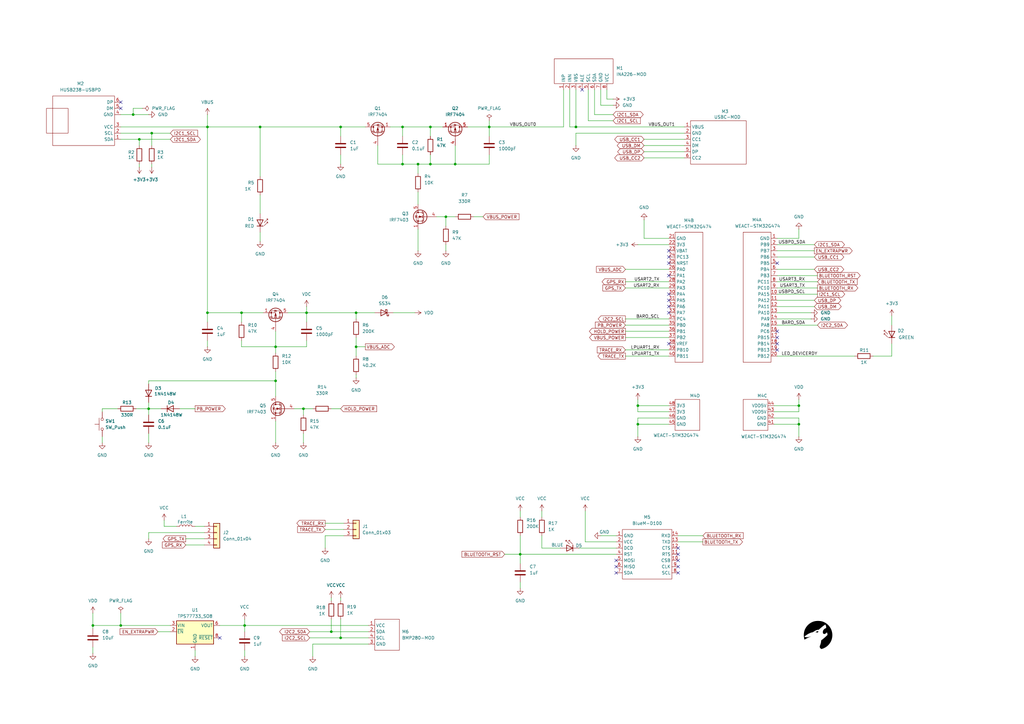
<source format=kicad_sch>
(kicad_sch (version 20250114) (generator "eeschema") (generator_version "9.0")
  (paper "A3")
  (title_block (title "Power Cube: Power Bank Vario") (date "2025-11-26") (rev "1.0") (company "NotoriousRascal Club"))
  (junction (at 106.68 52.07))
  (junction (at 85.09 128.27))
  (junction (at 49.53 256.54))
  (junction (at 62.23 54.61))
  (junction (at 327.66 173.99))
  (junction (at 38.1 256.54))
  (junction (at 176.53 67.31))
  (junction (at 146.05 142.24))
  (junction (at 165.1 67.31))
  (junction (at 261.62 166.37))
  (junction (at 135.89 259.08))
  (junction (at 60.96 167.64))
  (junction (at 200.66 52.07))
  (junction (at 125.73 128.27))
  (junction (at 176.53 52.07))
  (junction (at 182.88 88.9))
  (junction (at 57.15 57.15))
  (junction (at 213.36 227.33))
  (junction (at 99.06 128.27))
  (junction (at 124.46 167.64))
  (junction (at 139.7 261.62))
  (junction (at 261.62 173.99))
  (junction (at 113.03 156.21))
  (junction (at 186.69 67.31))
  (junction (at 171.45 67.31))
  (junction (at 139.7 52.07))
  (junction (at 327.66 166.37))
  (junction (at 100.33 256.54))
  (junction (at 85.09 52.07))
  (junction (at 236.22 52.07))
  (junction (at 54.61 46.99))
  (junction (at 113.03 142.24))
  (junction (at 165.1 52.07))
  (junction (at 146.05 128.27))
  (no_connect (at 278.13 227.33))
  (no_connect (at 278.13 224.79))
  (no_connect (at 278.13 234.95))
  (no_connect (at 278.13 229.87))
  (no_connect (at 278.13 232.41))
  (no_connect (at 252.73 232.41))
  (no_connect (at 90.17 261.62))
  (no_connect (at 318.77 135.89))
  (no_connect (at 318.77 107.95))
  (no_connect (at 274.32 140.97))
  (no_connect (at 274.32 120.65))
  (no_connect (at 274.32 125.73))
  (no_connect (at 274.32 123.19))
  (no_connect (at 274.32 128.27))
  (no_connect (at 274.32 102.87))
  (no_connect (at 274.32 105.41))
  (no_connect (at 274.32 107.95))
  (no_connect (at 274.32 113.03))
  (no_connect (at 318.77 140.97))
  (no_connect (at 318.77 143.51))
  (no_connect (at 318.77 138.43))
  (no_connect (at 252.73 229.87))
  (no_connect (at 252.73 234.95))
  (no_connect (at 49.53 41.91))
  (no_connect (at 49.53 44.45))
  (no_connect (at 238.76 36.83))
  (wire (pts (xy 274.32 110.49) (xy 256.54 110.49)))
  (wire (pts (xy 64.77 259.08) (xy 69.85 259.08)))
  (wire (pts (xy 76.2 220.98) (xy 83.82 220.98)))
  (wire (pts (xy 133.35 217.17) (xy 140.97 217.17)))
  (wire (pts (xy 213.36 227.33) (xy 252.73 227.33)))
  (wire (pts (xy 318.77 118.11) (xy 335.28 118.11)))
  (wire (pts (xy 154.94 59.69) (xy 154.94 67.31)))
  (wire (pts (xy 182.88 88.9) (xy 186.69 88.9)))
  (wire (pts (xy 274.32 100.33) (xy 261.62 100.33)))
  (wire (pts (xy 233.68 36.83) (xy 233.68 52.07)))
  (wire (pts (xy 99.06 128.27) (xy 99.06 132.08)))
  (wire (pts (xy 38.1 265.43) (xy 38.1 267.97)))
  (wire (pts (xy 213.36 227.33) (xy 213.36 231.14)))
  (wire (pts (xy 60.96 156.21) (xy 113.03 156.21)))
  (wire (pts (xy 246.38 36.83) (xy 246.38 43.18)))
  (wire (pts (xy 176.53 52.07) (xy 181.61 52.07)))
  (wire (pts (xy 236.22 52.07) (xy 280.67 52.07)))
  (wire (pts (xy 57.15 57.15) (xy 57.15 59.69)))
  (wire (pts (xy 58.42 44.45) (xy 54.61 44.45)))
  (wire (pts (xy 317.5 171.45) (xy 327.66 171.45)))
  (wire (pts (xy 146.05 153.67) (xy 146.05 154.94)))
  (wire (pts (xy 113.03 142.24) (xy 113.03 144.78)))
  (wire (pts (xy 125.73 125.73) (xy 125.73 128.27)))
  (wire (pts (xy 274.32 168.91) (xy 261.62 168.91)))
  (wire (pts (xy 327.66 163.83) (xy 327.66 166.37)))
  (wire (pts (xy 200.66 63.5) (xy 200.66 67.31)))
  (wire (pts (xy 179.07 88.9) (xy 182.88 88.9)))
  (wire (pts (xy 233.68 52.07) (xy 236.22 52.07)))
  (wire (pts (xy 274.32 173.99) (xy 261.62 173.99)))
  (wire (pts (xy 274.32 133.35) (xy 256.54 133.35)))
  (wire (pts (xy 85.09 128.27) (xy 99.06 128.27)))
  (wire (pts (xy 146.05 142.24) (xy 149.86 142.24)))
  (wire (pts (xy 135.89 259.08) (xy 151.13 259.08)))
  (wire (pts (xy 318.77 97.79) (xy 327.66 97.79)))
  (wire (pts (xy 334.01 102.87) (xy 318.77 102.87)))
  (wire (pts (xy 176.53 67.31) (xy 186.69 67.31)))
  (wire (pts (xy 124.46 167.64) (xy 128.27 167.64)))
  (wire (pts (xy 318.77 120.65) (xy 335.28 120.65)))
  (wire (pts (xy 113.03 172.72) (xy 113.03 181.61)))
  (wire (pts (xy 237.49 224.79) (xy 252.73 224.79)))
  (wire (pts (xy 60.96 165.1) (xy 60.96 167.64)))
  (wire (pts (xy 171.45 93.98) (xy 171.45 102.87)))
  (wire (pts (xy 127 259.08) (xy 135.89 259.08)))
  (wire (pts (xy 165.1 63.5) (xy 165.1 67.31)))
  (wire (pts (xy 213.36 209.55) (xy 213.36 212.09)))
  (wire (pts (xy 207.01 227.33) (xy 213.36 227.33)))
  (wire (pts (xy 264.16 57.15) (xy 280.67 57.15)))
  (wire (pts (xy 60.96 167.64) (xy 66.04 167.64)))
  (wire (pts (xy 106.68 52.07) (xy 106.68 72.39)))
  (wire (pts (xy 200.66 49.53) (xy 200.66 52.07)))
  (wire (pts (xy 200.66 67.31) (xy 186.69 67.31)))
  (wire (pts (xy 146.05 142.24) (xy 146.05 146.05)))
  (wire (pts (xy 41.91 179.07) (xy 41.91 181.61)))
  (wire (pts (xy 54.61 44.45) (xy 54.61 46.99)))
  (wire (pts (xy 165.1 52.07) (xy 165.1 55.88)))
  (wire (pts (xy 127 261.62) (xy 139.7 261.62)))
  (wire (pts (xy 62.23 54.61) (xy 69.85 54.61)))
  (wire (pts (xy 240.03 209.55) (xy 240.03 222.25)))
  (wire (pts (xy 246.38 219.71) (xy 252.73 219.71)))
  (wire (pts (xy 125.73 128.27) (xy 146.05 128.27)))
  (wire (pts (xy 60.96 167.64) (xy 60.96 170.18)))
  (wire (pts (xy 76.2 223.52) (xy 83.82 223.52)))
  (wire (pts (xy 335.28 113.03) (xy 318.77 113.03)))
  (wire (pts (xy 135.89 167.64) (xy 139.7 167.64)))
  (wire (pts (xy 256.54 146.05) (xy 274.32 146.05)))
  (wire (pts (xy 327.66 166.37) (xy 327.66 168.91)))
  (wire (pts (xy 60.96 218.44) (xy 83.82 218.44)))
  (wire (pts (xy 139.7 254) (xy 139.7 261.62)))
  (wire (pts (xy 62.23 54.61) (xy 62.23 59.69)))
  (wire (pts (xy 146.05 138.43) (xy 146.05 142.24)))
  (wire (pts (xy 113.03 142.24) (xy 125.73 142.24)))
  (wire (pts (xy 182.88 88.9) (xy 182.88 92.71)))
  (wire (pts (xy 139.7 52.07) (xy 149.86 52.07)))
  (wire (pts (xy 264.16 64.77) (xy 280.67 64.77)))
  (wire (pts (xy 106.68 80.01) (xy 106.68 87.63)))
  (wire (pts (xy 85.09 52.07) (xy 85.09 128.27)))
  (wire (pts (xy 62.23 67.31) (xy 62.23 68.58)))
  (wire (pts (xy 256.54 118.11) (xy 274.32 118.11)))
  (wire (pts (xy 248.92 36.83) (xy 248.92 40.64)))
  (wire (pts (xy 113.03 152.4) (xy 113.03 156.21)))
  (wire (pts (xy 100.33 256.54) (xy 100.33 259.08)))
  (wire (pts (xy 49.53 54.61) (xy 62.23 54.61)))
  (wire (pts (xy 261.62 171.45) (xy 261.62 173.99)))
  (wire (pts (xy 334.01 125.73) (xy 318.77 125.73)))
  (wire (pts (xy 160.02 52.07) (xy 165.1 52.07)))
  (wire (pts (xy 99.06 128.27) (xy 107.95 128.27)))
  (wire (pts (xy 38.1 256.54) (xy 49.53 256.54)))
  (wire (pts (xy 278.13 222.25) (xy 288.29 222.25)))
  (wire (pts (xy 334.01 100.33) (xy 318.77 100.33)))
  (wire (pts (xy 48.26 167.64) (xy 41.91 167.64)))
  (wire (pts (xy 139.7 63.5) (xy 139.7 67.31)))
  (wire (pts (xy 128.27 264.16) (xy 128.27 269.24)))
  (wire (pts (xy 278.13 219.71) (xy 288.29 219.71)))
  (wire (pts (xy 171.45 67.31) (xy 176.53 67.31)))
  (wire (pts (xy 41.91 167.64) (xy 41.91 168.91)))
  (wire (pts (xy 49.53 57.15) (xy 57.15 57.15)))
  (wire (pts (xy 67.31 213.36) (xy 67.31 215.9)))
  (wire (pts (xy 60.96 157.48) (xy 60.96 156.21)))
  (wire (pts (xy 57.15 57.15) (xy 69.85 57.15)))
  (wire (pts (xy 100.33 254) (xy 100.33 256.54)))
  (wire (pts (xy 236.22 54.61) (xy 280.67 54.61)))
  (wire (pts (xy 231.14 52.07) (xy 231.14 36.83)))
  (wire (pts (xy 125.73 128.27) (xy 125.73 132.08)))
  (wire (pts (xy 318.77 133.35) (xy 335.28 133.35)))
  (wire (pts (xy 327.66 173.99) (xy 317.5 173.99)))
  (wire (pts (xy 85.09 139.7) (xy 85.09 142.24)))
  (wire (pts (xy 146.05 128.27) (xy 146.05 130.81)))
  (wire (pts (xy 334.01 110.49) (xy 318.77 110.49)))
  (wire (pts (xy 125.73 142.24) (xy 125.73 139.7)))
  (wire (pts (xy 246.38 43.18) (xy 251.46 43.18)))
  (wire (pts (xy 317.5 168.91) (xy 327.66 168.91)))
  (wire (pts (xy 191.77 52.07) (xy 200.66 52.07)))
  (wire (pts (xy 176.53 52.07) (xy 176.53 55.88)))
  (wire (pts (xy 213.36 238.76) (xy 213.36 241.3)))
  (wire (pts (xy 241.3 36.83) (xy 241.3 49.53)))
  (wire (pts (xy 274.32 115.57) (xy 256.54 115.57)))
  (wire (pts (xy 264.16 90.17) (xy 264.16 97.79)))
  (wire (pts (xy 124.46 177.8) (xy 124.46 181.61)))
  (wire (pts (xy 318.77 115.57) (xy 335.28 115.57)))
  (wire (pts (xy 133.35 214.63) (xy 140.97 214.63)))
  (wire (pts (xy 252.73 222.25) (xy 240.03 222.25)))
  (wire (pts (xy 365.76 129.54) (xy 365.76 133.35)))
  (wire (pts (xy 154.94 67.31) (xy 165.1 67.31)))
  (wire (pts (xy 165.1 52.07) (xy 176.53 52.07)))
  (wire (pts (xy 256.54 130.81) (xy 274.32 130.81)))
  (wire (pts (xy 261.62 163.83) (xy 261.62 166.37)))
  (wire (pts (xy 139.7 261.62) (xy 151.13 261.62)))
  (wire (pts (xy 85.09 52.07) (xy 106.68 52.07)))
  (wire (pts (xy 236.22 36.83) (xy 236.22 52.07)))
  (wire (pts (xy 99.06 139.7) (xy 99.06 142.24)))
  (wire (pts (xy 161.29 128.27) (xy 170.18 128.27)))
  (wire (pts (xy 213.36 219.71) (xy 213.36 227.33)))
  (wire (pts (xy 57.15 67.31) (xy 57.15 68.58)))
  (wire (pts (xy 261.62 173.99) (xy 261.62 179.07)))
  (wire (pts (xy 90.17 256.54) (xy 100.33 256.54)))
  (wire (pts (xy 176.53 63.5) (xy 176.53 67.31)))
  (wire (pts (xy 274.32 166.37) (xy 261.62 166.37)))
  (wire (pts (xy 264.16 59.69) (xy 280.67 59.69)))
  (wire (pts (xy 318.77 128.27) (xy 332.74 128.27)))
  (wire (pts (xy 274.32 135.89) (xy 256.54 135.89)))
  (wire (pts (xy 327.66 166.37) (xy 317.5 166.37)))
  (wire (pts (xy 113.03 156.21) (xy 113.03 162.56)))
  (wire (pts (xy 139.7 52.07) (xy 139.7 55.88)))
  (wire (pts (xy 73.66 167.64) (xy 80.01 167.64)))
  (wire (pts (xy 80.01 266.7) (xy 80.01 269.24)))
  (wire (pts (xy 118.11 128.27) (xy 125.73 128.27)))
  (wire (pts (xy 49.53 46.99) (xy 54.61 46.99)))
  (wire (pts (xy 222.25 209.55) (xy 222.25 212.09)))
  (wire (pts (xy 139.7 245.11) (xy 139.7 246.38)))
  (wire (pts (xy 222.25 219.71) (xy 222.25 224.79)))
  (wire (pts (xy 171.45 78.74) (xy 171.45 83.82)))
  (wire (pts (xy 256.54 143.51) (xy 274.32 143.51)))
  (wire (pts (xy 171.45 67.31) (xy 171.45 71.12)))
  (wire (pts (xy 318.77 146.05) (xy 350.52 146.05)))
  (wire (pts (xy 133.35 219.71) (xy 133.35 224.79)))
  (wire (pts (xy 85.09 46.99) (xy 85.09 52.07)))
  (wire (pts (xy 222.25 224.79) (xy 229.87 224.79)))
  (wire (pts (xy 334.01 105.41) (xy 318.77 105.41)))
  (wire (pts (xy 182.88 100.33) (xy 182.88 102.87)))
  (wire (pts (xy 106.68 52.07) (xy 139.7 52.07)))
  (wire (pts (xy 365.76 146.05) (xy 358.14 146.05)))
  (wire (pts (xy 332.74 130.81) (xy 318.77 130.81)))
  (wire (pts (xy 200.66 52.07) (xy 231.14 52.07)))
  (wire (pts (xy 274.32 171.45) (xy 261.62 171.45)))
  (wire (pts (xy 49.53 256.54) (xy 69.85 256.54)))
  (wire (pts (xy 194.31 88.9) (xy 198.12 88.9)))
  (wire (pts (xy 113.03 135.89) (xy 113.03 142.24)))
  (wire (pts (xy 80.01 215.9) (xy 83.82 215.9)))
  (wire (pts (xy 248.92 40.64) (xy 251.46 40.64)))
  (wire (pts (xy 49.53 52.07) (xy 85.09 52.07)))
  (wire (pts (xy 327.66 173.99) (xy 327.66 179.07)))
  (wire (pts (xy 38.1 251.46) (xy 38.1 256.54)))
  (wire (pts (xy 100.33 266.7) (xy 100.33 269.24)))
  (wire (pts (xy 165.1 67.31) (xy 171.45 67.31)))
  (wire (pts (xy 200.66 52.07) (xy 200.66 55.88)))
  (wire (pts (xy 365.76 140.97) (xy 365.76 146.05)))
  (wire (pts (xy 49.53 251.46) (xy 49.53 256.54)))
  (wire (pts (xy 85.09 128.27) (xy 85.09 132.08)))
  (wire (pts (xy 327.66 97.79) (xy 327.66 93.98)))
  (wire (pts (xy 140.97 219.71) (xy 133.35 219.71)))
  (wire (pts (xy 38.1 256.54) (xy 38.1 257.81)))
  (wire (pts (xy 120.65 167.64) (xy 124.46 167.64)))
  (wire (pts (xy 146.05 128.27) (xy 153.67 128.27)))
  (wire (pts (xy 72.39 215.9) (xy 67.31 215.9)))
  (wire (pts (xy 55.88 167.64) (xy 60.96 167.64)))
  (wire (pts (xy 124.46 167.64) (xy 124.46 170.18)))
  (wire (pts (xy 60.96 177.8) (xy 60.96 181.61)))
  (wire (pts (xy 274.32 97.79) (xy 264.16 97.79)))
  (wire (pts (xy 264.16 62.23) (xy 280.67 62.23)))
  (wire (pts (xy 241.3 49.53) (xy 251.46 49.53)))
  (wire (pts (xy 243.84 46.99) (xy 251.46 46.99)))
  (wire (pts (xy 54.61 46.99) (xy 60.96 46.99)))
  (wire (pts (xy 261.62 168.91) (xy 261.62 166.37)))
  (wire (pts (xy 236.22 54.61) (xy 236.22 59.69)))
  (wire (pts (xy 135.89 245.11) (xy 135.89 246.38)))
  (wire (pts (xy 151.13 264.16) (xy 128.27 264.16)))
  (wire (pts (xy 99.06 142.24) (xy 113.03 142.24)))
  (wire (pts (xy 274.32 138.43) (xy 256.54 138.43)))
  (wire (pts (xy 243.84 36.83) (xy 243.84 46.99)))
  (wire (pts (xy 186.69 59.69) (xy 186.69 67.31)))
  (wire (pts (xy 100.33 256.54) (xy 151.13 256.54)))
  (wire (pts (xy 60.96 220.98) (xy 60.96 218.44)))
  (wire (pts (xy 334.01 123.19) (xy 318.77 123.19)))
  (wire (pts (xy 106.68 95.25) (xy 106.68 99.06)))
  (wire (pts (xy 327.66 171.45) (xy 327.66 173.99)))
  (wire (pts (xy 135.89 254) (xy 135.89 259.08)))
  (image (at 335.534 260.604) (scale 0.603289))
  (label "BARO_SCL" (at 270.51 130.81 180))
  (label "USART2_RX" (at 270.51 118.11 180))
  (label "BARO_SDA" (at 330.2 133.35 180))
  (label "USBPD_SDA" (at 330.327 100.33 180))
  (label "LPUART1_RX" (at 270.51 143.51 180))
  (label "USBPD_SCL" (at 330.2 120.65 180))
  (label "USART3_TX" (at 330.2 118.11 180))
  (label "LPUART1_TX" (at 270.51 146.05 180))
  (label "USART2_TX" (at 270.51 115.57 180))
  (label "VBUS_OUT1" (at 265.938 52.07 0))
  (label "LED_DEVICERDY" (at 335.28 146.05 180))
  (label "VBUS_OUT0" (at 209.042 52.07 0))
  (label "USART3_RX" (at 330.2 115.57 180))
  (global_label "HOLD_POWER" (shape input) (at 139.7 167.64 0) (property "Intersheetrefs" "${INTERSHEET_REFS}" (effects (hide yes))))
  (global_label "I2C1_SDA" (shape bidirectional) (at 69.85 57.15 0) (property "Intersheetrefs" "${INTERSHEET_REFS}" (effects (hide yes))))
  (global_label "USB_CC1" (shape bidirectional) (at 334.01 105.41 0) (property "Intersheetrefs" "${INTERSHEET_REFS}" (effects (hide yes))))
  (global_label "BLUETOOTH_RST" (shape input) (at 207.01 227.33 180) (property "Intersheetrefs" "${INTERSHEET_REFS}" (effects (hide yes))))
  (global_label "BLUETOOTH_TX" (shape input) (at 335.28 115.57 0) (property "Intersheetrefs" "${INTERSHEET_REFS}" (effects (hide yes))))
  (global_label "GPS_TX" (shape input) (at 256.54 118.11 180) (property "Intersheetrefs" "${INTERSHEET_REFS}" (effects (hide yes))))
  (global_label "USB_DP" (shape bidirectional) (at 334.01 123.19 0) (property "Intersheetrefs" "${INTERSHEET_REFS}" (effects (hide yes))))
  (global_label "VBUS_POWER" (shape output) (at 256.54 138.43 180) (property "Intersheetrefs" "${INTERSHEET_REFS}" (effects (hide yes))))
  (global_label "I2C2_SCL" (shape output) (at 256.54 130.81 180) (property "Intersheetrefs" "${INTERSHEET_REFS}" (effects (hide yes))))
  (global_label "I2C1_SDA" (shape bidirectional) (at 251.46 46.99 0) (property "Intersheetrefs" "${INTERSHEET_REFS}" (effects (hide yes))))
  (global_label "I2C1_SCL" (shape input) (at 69.85 54.61 0) (property "Intersheetrefs" "${INTERSHEET_REFS}" (effects (hide yes))))
  (global_label "TRACE_TX" (shape input) (at 133.35 217.17 180) (property "Intersheetrefs" "${INTERSHEET_REFS}" (effects (hide yes))))
  (global_label "BLUETOOTH_RX" (shape input) (at 288.29 219.71 0) (property "Intersheetrefs" "${INTERSHEET_REFS}" (effects (hide yes))))
  (global_label "EN_EXTRAPWR" (shape input) (at 64.77 259.08 180) (property "Intersheetrefs" "${INTERSHEET_REFS}" (effects (hide yes))))
  (global_label "VBUS_ADC" (shape input) (at 256.54 110.49 180) (property "Intersheetrefs" "${INTERSHEET_REFS}" (effects (hide yes))))
  (global_label "GPS_TX" (shape output) (at 76.2 220.98 180) (property "Intersheetrefs" "${INTERSHEET_REFS}" (effects (hide yes))))
  (global_label "TRACE_RX" (shape input) (at 256.54 143.51 180) (property "Intersheetrefs" "${INTERSHEET_REFS}" (effects (hide yes))))
  (global_label "USB_DP" (shape bidirectional) (at 264.16 62.23 180) (property "Intersheetrefs" "${INTERSHEET_REFS}" (effects (hide yes))))
  (global_label "I2C2_SCL" (shape input) (at 127 261.62 180) (property "Intersheetrefs" "${INTERSHEET_REFS}" (effects (hide yes))))
  (global_label "EN_EXTRAPWR" (shape output) (at 334.01 102.87 0) (property "Intersheetrefs" "${INTERSHEET_REFS}" (effects (hide yes))))
  (global_label "I2C1_SCL" (shape output) (at 335.28 120.65 0) (property "Intersheetrefs" "${INTERSHEET_REFS}" (effects (hide yes))))
  (global_label "TRACE_TX" (shape output) (at 256.54 146.05 180) (property "Intersheetrefs" "${INTERSHEET_REFS}" (effects (hide yes))))
  (global_label "PB_POWER" (shape input) (at 256.54 133.35 180) (property "Intersheetrefs" "${INTERSHEET_REFS}" (effects (hide yes))))
  (global_label "BLUETOOTH_RST" (shape output) (at 335.28 113.03 0) (property "Intersheetrefs" "${INTERSHEET_REFS}" (effects (hide yes))))
  (global_label "BLUETOOTH_RX" (shape output) (at 335.28 118.11 0) (property "Intersheetrefs" "${INTERSHEET_REFS}" (effects (hide yes))))
  (global_label "BLUETOOTH_TX" (shape output) (at 288.29 222.25 0) (property "Intersheetrefs" "${INTERSHEET_REFS}" (effects (hide yes))))
  (global_label "I2C1_SCL" (shape input) (at 251.46 49.53 0) (property "Intersheetrefs" "${INTERSHEET_REFS}" (effects (hide yes))))
  (global_label "USB_CC2" (shape bidirectional) (at 264.16 64.77 180) (property "Intersheetrefs" "${INTERSHEET_REFS}" (effects (hide yes))))
  (global_label "VBUS_ADC" (shape output) (at 149.86 142.24 0) (property "Intersheetrefs" "${INTERSHEET_REFS}" (effects (hide yes))))
  (global_label "VBUS_POWER" (shape input) (at 198.12 88.9 0) (property "Intersheetrefs" "${INTERSHEET_REFS}" (effects (hide yes))))
  (global_label "TRACE_RX" (shape output) (at 133.35 214.63 180) (property "Intersheetrefs" "${INTERSHEET_REFS}" (effects (hide yes))))
  (global_label "USB_DM" (shape bidirectional) (at 264.16 59.69 180) (property "Intersheetrefs" "${INTERSHEET_REFS}" (effects (hide yes))))
  (global_label "HOLD_POWER" (shape output) (at 256.54 135.89 180) (property "Intersheetrefs" "${INTERSHEET_REFS}" (effects (hide yes))))
  (global_label "GPS_RX" (shape input) (at 76.2 223.52 180) (property "Intersheetrefs" "${INTERSHEET_REFS}" (effects (hide yes))))
  (global_label "PB_POWER" (shape output) (at 80.01 167.64 0) (property "Intersheetrefs" "${INTERSHEET_REFS}" (effects (hide yes))))
  (global_label "I2C1_SDA" (shape bidirectional) (at 334.01 100.33 0) (property "Intersheetrefs" "${INTERSHEET_REFS}" (effects (hide yes))))
  (global_label "GPS_RX" (shape output) (at 256.54 115.57 180) (property "Intersheetrefs" "${INTERSHEET_REFS}" (effects (hide yes))))
  (global_label "USB_CC2" (shape bidirectional) (at 334.01 110.49 0) (property "Intersheetrefs" "${INTERSHEET_REFS}" (effects (hide yes))))
  (global_label "I2C2_SDA" (shape bidirectional) (at 127 259.08 180) (property "Intersheetrefs" "${INTERSHEET_REFS}" (effects (hide yes))))
  (global_label "USB_CC1" (shape bidirectional) (at 264.16 57.15 180) (property "Intersheetrefs" "${INTERSHEET_REFS}" (effects (hide yes))))
  (global_label "USB_DM" (shape bidirectional) (at 334.01 125.73 0) (property "Intersheetrefs" "${INTERSHEET_REFS}" (effects (hide yes))))
  (global_label "I2C2_SDA" (shape bidirectional) (at 335.28 133.35 0) (property "Intersheetrefs" "${INTERSHEET_REFS}" (effects (hide yes))))
  (symbol (lib_id "Device:C") (at 165.1 59.69 180) (unit 1)
    (property "Reference" "C2" (at 168.91 58.4199 0) (effects (justify right)))
    (property "Value" "0.1uF" (at 168.91 60.9599 0) (effects (justify right)))
    (property "Footprint" "Capacitor_SMD:C_0805_2012Metric_Pad1.18x1.45mm_HandSolder" (effects (hide yes)))
    (property "Description" "Unpolarized capacitor" (effects (hide yes)))
  )
  (symbol (lib_id "power:GND") (at 332.74 130.81 90) (unit 1)
    (property "Reference" "#PWR018" (effects (hide yes)))
    (property "Value" "GND" (at 336.55 130.8099 90) (effects (justify right)))
    (property "Description" "Power symbol creates a global label with name \"GND\" , ground" (effects (hide yes)))
  )
  (symbol (lib_id "PowerCube_Library:HUSB238-USBPD") (at 35.56 49.53 0) (unit 1)
    (property "Reference" "M2" (at 33.02 34.29 0))
    (property "Value" "HUSB238-USBPD" (at 33.02 36.83 0))
    (property "Footprint" "PowerCube_Library:HUSB238-USBPD" (effects (hide yes)))
  )
  (symbol (lib_id "Device:R") (at 190.5 88.9 90) (unit 1)
    (property "Reference" "R7" (at 190.5 80.01 90))
    (property "Value" "330R" (at 190.5 82.55 90))
    (property "Footprint" "Resistor_SMD:R_0805_2012Metric_Pad1.20x1.40mm_HandSolder" (effects (hide yes)))
    (property "Description" "Resistor" (effects (hide yes)))
  )
  (symbol (lib_id "power:PWR_FLAG") (at 58.42 44.45 270) (unit 1)
    (property "Reference" "#FLG01" (effects (hide yes)))
    (property "Value" "PWR_FLAG" (at 62.23 44.4499 90) (effects (justify left)))
    (property "Description" "Special symbol for telling ERC where power comes from" (effects (hide yes)))
  )
  (symbol (lib_id "power:PWR_FLAG") (at 49.53 251.46 0) (unit 1)
    (property "Reference" "#FLG03" (effects (hide yes)))
    (property "Value" "PWR_FLAG" (at 49.53 246.38 0))
    (property "Description" "Special symbol for telling ERC where power comes from" (effects (hide yes)))
  )
  (symbol (lib_id "Device:R") (at 113.03 148.59 0) (unit 1)
    (property "Reference" "R12" (at 115.57 146.0499 0) (effects (justify left)))
    (property "Value" "10K" (at 115.57 148.5899 0) (effects (justify left)))
    (property "Footprint" "Resistor_SMD:R_0805_2012Metric_Pad1.20x1.40mm_HandSolder" (effects (hide yes)))
    (property "Description" "Resistor" (effects (hide yes)))
  )
  (symbol (lib_id "power:VCC") (at 139.7 245.11 0) (unit 1)
    (property "Reference" "#PWR036" (effects (hide yes)))
    (property "Value" "VCC" (at 139.7 240.03 0))
    (property "Description" "Power symbol creates a global label with name \"VCC\"" (effects (hide yes)))
  )
  (symbol (lib_id "power:GND") (at 146.05 154.94 0) (unit 1)
    (property "Reference" "#PWR011" (effects (hide yes)))
    (property "Value" "GND" (at 146.05 160.02 0))
    (property "Description" "Power symbol creates a global label with name \"GND\" , ground" (effects (hide yes)))
  )
  (symbol (lib_id "power:VCC") (at 213.36 209.55 0) (unit 1)
    (property "Reference" "#PWR027" (effects (hide yes)))
    (property "Value" "VCC" (at 213.36 204.47 0))
    (property "Description" "Power symbol creates a global label with name \"VCC\"" (effects (hide yes)))
  )
  (symbol (lib_id "Device:C") (at 200.66 59.69 180) (unit 1)
    (property "Reference" "C3" (at 204.47 58.4199 0) (effects (justify right)))
    (property "Value" "1000pF" (at 204.47 60.9599 0) (effects (justify right)))
    (property "Footprint" "Capacitor_SMD:C_0805_2012Metric_Pad1.18x1.45mm_HandSolder" (effects (hide yes)))
    (property "Description" "Unpolarized capacitor" (effects (hide yes)))
  )
  (symbol (lib_id "Switch:SW_Push") (at 41.91 173.99 90) (unit 1)
    (property "Reference" "SW1" (at 43.18 172.7199 90) (effects (justify right)))
    (property "Value" "SW_Push" (at 43.18 175.2599 90) (effects (justify right)))
    (property "Footprint" "Button_Switch_THT:SW_Tactile_SPST_Angled_PTS645Vx39-2LFS" (effects (hide yes)))
    (property "Description" "Push button switch, generic, two pins" (effects (hide yes)))
  )
  (symbol (lib_id "Transistor_FET:IRF7404") (at 186.69 54.61 270) (mirror x) (unit 1)
    (property "Reference" "Q2" (at 186.69 44.45 90))
    (property "Value" "IRF7404" (at 186.69 46.99 90))
    (property "Footprint" "Package_DIP:DIP-8_W7.62mm_Socket" (effects (hide yes)))
    (property "Datasheet" "http://www.infineon.com/dgdl/irf7404.pdf?fileId=5546d462533600a4015355fa2b5b1b9e" (effects (hide yes)))
    (property "Description" "-6.7A Id, -20V Vds, P-Channel HEXFET Power MOSFET, SO-8" (effects (hide yes)))
  )
  (symbol (lib_id "Device:R") (at 171.45 74.93 0) (unit 1)
    (property "Reference" "R4" (at 173.99 72.3899 0) (effects (justify left)))
    (property "Value" "10K" (at 173.99 74.9299 0) (effects (justify left)))
    (property "Footprint" "Resistor_SMD:R_0805_2012Metric_Pad1.20x1.40mm_HandSolder" (effects (hide yes)))
    (property "Description" "Resistor" (effects (hide yes)))
  )
  (symbol (lib_id "PowerCube_Library:WEACT-STM32G474") (at 283.21 120.65 0) (mirror y) (unit 2)
    (property "Reference" "M4" (at 282.575 90.424 0))
    (property "Value" "WEACT-STM32G474" (at 282.575 92.964 0))
    (property "Footprint" "PowerCube_Library:WEACT-STM32G747" (effects (hide yes)))
  )
  (symbol (lib_id "power:GND") (at 251.46 43.18 90) (unit 1)
    (property "Reference" "#PWR02" (effects (hide yes)))
    (property "Value" "GND" (at 255.27 43.1799 90) (effects (justify right)))
    (property "Description" "Power symbol creates a global label with name \"GND\" , ground" (effects (hide yes)))
  )
  (symbol (lib_id "LED:LD271") (at 232.41 224.79 0) (mirror y) (unit 1)
    (property "Reference" "D5" (at 238.76 223.774 0) (effects (justify left)))
    (property "Value" "BLUE" (at 231.14 223.52 0) (effects (justify left)))
    (property "Footprint" "LED_SMD:LED_0805_2012Metric_Pad1.15x1.40mm_HandSolder" (effects (hide yes)))
    (property "Datasheet" "http://www.alliedelec.com/m/d/40788c34903a719969df15f1fbea1056.pdf" (effects (hide yes)))
    (property "Description" "940nm IR-LED, 5mm" (effects (hide yes)))
  )
  (symbol (lib_id "Regulator_Linear:TPS77733_SO8") (at 80.01 259.08 0) (unit 1)
    (property "Reference" "U1" (at 80.01 250.19 0))
    (property "Value" "TPS77733_SO8" (at 80.01 252.73 0))
    (property "Footprint" "Package_DIP:DIP-8_W7.62mm_Socket" (effects (hide yes)))
    (property "Datasheet" "http://www.ti.com/lit/ds/symlink/tps777.pdf" (effects (hide yes)))
    (property "Description" "750mA Fast-Transient Low Dropout Voltage Regulator, Fixed Output 3.3V, SO-8" (effects (hide yes)))
  )
  (symbol (lib_id "Device:L") (at 76.2 215.9 270) (mirror x) (unit 1)
    (property "Reference" "L1" (at 75.438 211.836 90))
    (property "Value" "Ferrite" (at 75.946 214.122 90))
    (property "Footprint" "Inductor_THT:L_Axial_L5.3mm_D2.2mm_P10.16mm_Horizontal_Vishay_IM-1" (effects (hide yes)))
    (property "Description" "Inductor" (effects (hide yes)))
  )
  (symbol (lib_id "Device:R") (at 124.46 173.99 0) (unit 1)
    (property "Reference" "R15" (at 127 172.7199 0) (effects (justify left)))
    (property "Value" "47K" (at 127 175.2599 0) (effects (justify left)))
    (property "Footprint" "Resistor_SMD:R_0805_2012Metric_Pad1.20x1.40mm_HandSolder" (effects (hide yes)))
    (property "Description" "Resistor" (effects (hide yes)))
  )
  (symbol (lib_id "power:GND") (at 139.7 67.31 0) (unit 1)
    (property "Reference" "#PWR044" (effects (hide yes)))
    (property "Value" "GND" (at 139.7 72.39 0))
    (property "Description" "Power symbol creates a global label with name \"GND\" , ground" (effects (hide yes)))
  )
  (symbol (lib_id "Device:R") (at 106.68 76.2 0) (unit 1)
    (property "Reference" "R5" (at 101.6 74.93 0) (effects (justify left)))
    (property "Value" "1K" (at 100.33 77.47 0) (effects (justify left)))
    (property "Footprint" "Resistor_SMD:R_0805_2012Metric_Pad1.20x1.40mm_HandSolder" (effects (hide yes)))
    (property "Description" "Resistor" (effects (hide yes)))
  )
  (symbol (lib_id "power:GND") (at 246.38 219.71 270) (unit 1)
    (property "Reference" "#PWR031" (effects (hide yes)))
    (property "Value" "GND" (at 249.936 218.186 90) (effects (justify right)))
    (property "Description" "Power symbol creates a global label with name \"GND\" , ground" (effects (hide yes)))
  )
  (symbol (lib_id "power:VDD") (at 38.1 251.46 0) (unit 1)
    (property "Reference" "#PWR037" (effects (hide yes)))
    (property "Value" "VDD" (at 38.1 246.38 0))
    (property "Description" "Power symbol creates a global label with name \"VDD\"" (effects (hide yes)))
  )
  (symbol (lib_id "Device:C") (at 100.33 262.89 180) (unit 1)
    (property "Reference" "C9" (at 103.886 261.6199 0) (effects (justify right)))
    (property "Value" "1uF" (at 103.886 264.1599 0) (effects (justify right)))
    (property "Footprint" "Capacitor_SMD:C_0805_2012Metric_Pad1.18x1.45mm_HandSolder" (effects (hide yes)))
    (property "Description" "Unpolarized capacitor" (effects (hide yes)))
  )
  (symbol (lib_id "power:+3V3") (at 57.15 68.58 180) (unit 1)
    (property "Reference" "#PWR07" (effects (hide yes)))
    (property "Value" "+3V3" (at 57.15 73.66 0))
    (property "Description" "Power symbol creates a global label with name \"+3V3\"" (effects (hide yes)))
  )
  (symbol (lib_id "power:VCC") (at 67.31 213.36 0) (unit 1)
    (property "Reference" "#PWR030" (effects (hide yes)))
    (property "Value" "VCC" (at 67.31 208.28 0))
    (property "Description" "Power symbol creates a global label with name \"VCC\"" (effects (hide yes)))
  )
  (symbol (lib_id "power:VDD") (at 170.18 128.27 270) (unit 1)
    (property "Reference" "#PWR015" (effects (hide yes)))
    (property "Value" "VDD" (at 173.99 128.2699 90) (effects (justify left)))
    (property "Description" "Power symbol creates a global label with name \"VDD\"" (effects (hide yes)))
  )
  (symbol (lib_id "power:+3V3") (at 261.62 100.33 90) (unit 1)
    (property "Reference" "#PWR012" (effects (hide yes)))
    (property "Value" "+3V3" (at 257.81 100.3299 90) (effects (justify left)))
    (property "Description" "Power symbol creates a global label with name \"+3V3\"" (effects (hide yes)))
  )
  (symbol (lib_id "PowerCube_Library:WEACT-STM32G474") (at 309.88 121.92 0) (mirror y) (unit 1)
    (property "Reference" "M4" (at 312.42 90.17 0) (effects (justify left)))
    (property "Value" "WEACT-STM32G474" (at 320.04 92.71 0) (effects (justify left)))
    (property "Footprint" "PowerCube_Library:WEACT-STM32G747" (effects (hide yes)))
  )
  (symbol (lib_id "power:VCC") (at 100.33 254 0) (unit 1)
    (property "Reference" "#PWR038" (effects (hide yes)))
    (property "Value" "VCC" (at 100.33 248.92 0))
    (property "Description" "Power symbol creates a global label with name \"VCC\"" (effects (hide yes)))
  )
  (symbol (lib_id "power:GND") (at 213.36 241.3 0) (unit 1)
    (property "Reference" "#PWR034" (effects (hide yes)))
    (property "Value" "GND" (at 213.36 246.38 0))
    (property "Description" "Power symbol creates a global label with name \"GND\" , ground" (effects (hide yes)))
  )
  (symbol (lib_id "power:GND") (at 113.03 181.61 0) (unit 1)
    (property "Reference" "#PWR025" (effects (hide yes)))
    (property "Value" "GND" (at 113.03 186.69 0))
    (property "Description" "Power symbol creates a global label with name \"GND\" , ground" (effects (hide yes)))
  )
  (symbol (lib_id "PowerCube_Library:WEACT-STM32G474") (at 309.88 170.18 180) (unit 3)
    (property "Reference" "M4" (at 314.706 162.306 0) (effects (justify left)))
    (property "Value" "WEACT-STM32G474" (at 322.58 179.07 0) (effects (justify left)))
    (property "Footprint" "PowerCube_Library:WEACT-STM32G747" (effects (hide yes)))
  )
  (symbol (lib_id "power:GND") (at 38.1 267.97 0) (unit 1)
    (property "Reference" "#PWR039" (effects (hide yes)))
    (property "Value" "GND" (at 38.1 273.05 0))
    (property "Description" "Power symbol creates a global label with name \"GND\" , ground" (effects (hide yes)))
  )
  (symbol (lib_id "Device:R") (at 182.88 96.52 0) (unit 1)
    (property "Reference" "R9" (at 185.42 95.2499 0) (effects (justify left)))
    (property "Value" "47K" (at 185.42 97.7899 0) (effects (justify left)))
    (property "Footprint" "Resistor_SMD:R_0805_2012Metric_Pad1.20x1.40mm_HandSolder" (effects (hide yes)))
    (property "Description" "Resistor" (effects (hide yes)))
  )
  (symbol (lib_id "Diode:1N4148W") (at 60.96 161.29 90) (unit 1)
    (property "Reference" "D3" (at 63.5 159.258 90) (effects (justify right)))
    (property "Value" "1N4148W" (at 63.246 161.544 90) (effects (justify right)))
    (property "Footprint" "Diode_SMD:D_SOD-123" (effects (hide yes)))
    (property "Datasheet" "https://www.vishay.com/docs/85748/1n4148w.pdf" (effects (hide yes)))
    (property "Description" "75V 0.15A Fast Switching Diode, SOD-123" (effects (hide yes)))
    (property "Sim.Device" "D" (effects (hide yes)))
    (property "Sim.Pins" "1=K 2=A" (effects (hide yes)))
  )
  (symbol (lib_id "power:+3V3") (at 261.62 163.83 0) (unit 1)
    (property "Reference" "#PWR019" (effects (hide yes)))
    (property "Value" "+3V3" (at 261.62 158.75 0))
    (property "Description" "Power symbol creates a global label with name \"+3V3\"" (effects (hide yes)))
  )
  (symbol (lib_id "Device:R") (at 146.05 149.86 0) (unit 1)
    (property "Reference" "R8" (at 148.59 147.3199 0) (effects (justify left)))
    (property "Value" "40.2K" (at 148.59 149.8599 0) (effects (justify left)))
    (property "Footprint" "Resistor_SMD:R_0805_2012Metric_Pad1.20x1.40mm_HandSolder" (effects (hide yes)))
    (property "Description" "Resistor" (effects (hide yes)))
  )
  (symbol (lib_id "Device:R") (at 99.06 135.89 0) (mirror y) (unit 1)
    (property "Reference" "R10" (at 101.6 133.3499 0) (effects (justify right)))
    (property "Value" "47K" (at 101.6 135.8899 0) (effects (justify right)))
    (property "Footprint" "Resistor_SMD:R_0805_2012Metric_Pad1.20x1.40mm_HandSolder" (effects (hide yes)))
    (property "Description" "Resistor" (effects (hide yes)))
  )
  (symbol (lib_id "power:GND") (at 332.74 128.27 90) (unit 1)
    (property "Reference" "#PWR016" (effects (hide yes)))
    (property "Value" "GND" (at 336.55 128.2699 90) (effects (justify right)))
    (property "Description" "Power symbol creates a global label with name \"GND\" , ground" (effects (hide yes)))
  )
  (symbol (lib_id "power:GND") (at 80.01 269.24 0) (unit 1)
    (property "Reference" "#PWR040" (effects (hide yes)))
    (property "Value" "GND" (at 80.01 274.32 0))
    (property "Description" "Power symbol creates a global label with name \"GND\" , ground" (effects (hide yes)))
  )
  (symbol (lib_id "Transistor_FET:IRF7404") (at 154.94 54.61 90) (unit 1)
    (property "Reference" "Q1" (at 154.94 44.45 90))
    (property "Value" "IRF7404" (at 154.94 46.99 90))
    (property "Footprint" "Package_DIP:DIP-8_W7.62mm_Socket" (effects (hide yes)))
    (property "Datasheet" "http://www.infineon.com/dgdl/irf7404.pdf?fileId=5546d462533600a4015355fa2b5b1b9e" (effects (hide yes)))
    (property "Description" "-6.7A Id, -20V Vds, P-Channel HEXFET Power MOSFET, SO-8" (effects (hide yes)))
  )
  (symbol (lib_id "PowerCube_Library:USBC-MOD") (at 294.64 58.42 0) (mirror y) (unit 1)
    (property "Reference" "M3" (at 295.91 45.72 0) (effects (justify right)))
    (property "Value" "USBC-MOD" (at 292.862 48.006 0) (effects (justify right)))
    (property "Footprint" "PowerCube_Library:USBC-MOD" (effects (hide yes)))
  )
  (symbol (lib_id "power:GND") (at 60.96 181.61 0) (unit 1)
    (property "Reference" "#PWR024" (effects (hide yes)))
    (property "Value" "GND" (at 60.96 186.69 0))
    (property "Description" "Power symbol creates a global label with name \"GND\" , ground" (effects (hide yes)))
  )
  (symbol (lib_id "power:GND") (at 264.16 90.17 180) (unit 1)
    (property "Reference" "#PWR08" (effects (hide yes)))
    (property "Value" "GND" (at 264.16 85.09 0))
    (property "Description" "Power symbol creates a global label with name \"GND\" , ground" (effects (hide yes)))
  )
  (symbol (lib_id "Device:R") (at 132.08 167.64 90) (unit 1)
    (property "Reference" "R14" (at 132.08 158.75 90))
    (property "Value" "330R" (at 132.08 161.29 90))
    (property "Footprint" "Resistor_SMD:R_0805_2012Metric_Pad1.20x1.40mm_HandSolder" (effects (hide yes)))
    (property "Description" "Resistor" (effects (hide yes)))
  )
  (symbol (lib_id "PowerCube_Library:BlueM-D100") (at 265.43 227.33 0) (unit 1)
    (property "Reference" "M5" (at 265.43 212.09 0))
    (property "Value" "BlueM-D100" (at 265.43 214.63 0))
    (property "Footprint" "PowerCube_Library:BlueM-D100" (effects (hide yes)))
  )
  (symbol (lib_id "power:GND") (at 128.27 269.24 0) (unit 1)
    (property "Reference" "#PWR042" (effects (hide yes)))
    (property "Value" "GND" (at 128.27 274.32 0))
    (property "Description" "Power symbol creates a global label with name \"GND\" , ground" (effects (hide yes)))
  )
  (symbol (lib_id "power:VBUS") (at 85.09 46.99 0) (unit 1)
    (property "Reference" "#PWR04" (effects (hide yes)))
    (property "Value" "VBUS" (at 85.09 41.91 0))
    (property "Description" "Power symbol creates a global label with name \"VBUS\"" (effects (hide yes)))
  )
  (symbol (lib_id "Device:R") (at 176.53 59.69 0) (unit 1)
    (property "Reference" "R1" (at 179.07 57.1499 0) (effects (justify left)))
    (property "Value" "47K" (at 179.07 59.6899 0) (effects (justify left)))
    (property "Footprint" "Resistor_SMD:R_0805_2012Metric_Pad1.20x1.40mm_HandSolder" (effects (hide yes)))
    (property "Description" "Resistor" (effects (hide yes)))
  )
  (symbol (lib_id "power:GND") (at 60.96 46.99 90) (unit 1)
    (property "Reference" "#PWR03" (effects (hide yes)))
    (property "Value" "GND" (at 64.77 46.9899 90) (effects (justify right)))
    (property "Description" "Power symbol creates a global label with name \"GND\" , ground" (effects (hide yes)))
  )
  (symbol (lib_id "power:GND") (at 182.88 102.87 0) (unit 1)
    (property "Reference" "#PWR014" (effects (hide yes)))
    (property "Value" "GND" (at 182.88 107.95 0))
    (property "Description" "Power symbol creates a global label with name \"GND\" , ground" (effects (hide yes)))
  )
  (symbol (lib_id "Connector_Generic:Conn_01x03") (at 146.05 217.17 0) (unit 1)
    (property "Reference" "J1" (at 148.59 215.8999 0) (effects (justify left)))
    (property "Value" "Conn_01x03" (at 148.59 218.4399 0) (effects (justify left)))
    (property "Footprint" "Connector_PinHeader_2.54mm:PinHeader_1x03_P2.54mm_Vertical" (effects (hide yes)))
    (property "Description" "Generic connector, single row, 01x03, script generated (kicad-library-utils/schlib/autogen/connector/)" (effects (hide yes)))
  )
  (symbol (lib_id "power:+3V3") (at 251.46 40.64 270) (unit 1)
    (property "Reference" "#PWR01" (effects (hide yes)))
    (property "Value" "+3V3" (at 255.27 40.6399 90) (effects (justify left)))
    (property "Description" "Power symbol creates a global label with name \"+3V3\"" (effects (hide yes)))
  )
  (symbol (lib_id "PowerCube_Library:BMP280-MOD") (at 158.75 256.54 0) (unit 1)
    (property "Reference" "M6" (at 164.846 259.0799 0) (effects (justify left)))
    (property "Value" "BMP280-MOD" (at 164.846 261.6199 0) (effects (justify left)))
    (property "Footprint" "PowerCube_Library:BMP280-MOD" (effects (hide yes)))
  )
  (symbol (lib_id "power:GND") (at 60.96 220.98 0) (unit 1)
    (property "Reference" "#PWR033" (effects (hide yes)))
    (property "Value" "GND" (at 60.96 226.06 0))
    (property "Description" "Power symbol creates a global label with name \"GND\" , ground" (effects (hide yes)))
  )
  (symbol (lib_name "C_1") (lib_id "Device:C") (at 38.1 261.62 180) (unit 1)
    (property "Reference" "C8" (at 41.91 259.0799 0) (effects (justify right)))
    (property "Value" "10uF" (at 41.91 261.6199 0) (effects (justify right)))
    (property "Footprint" "Capacitor_SMD:C_0805_2012Metric_Pad1.18x1.45mm_HandSolder" (effects (hide yes)))
    (property "Description" "Unpolarized capacitor" (effects (hide yes)))
  )
  (symbol (lib_id "Transistor_FET:IRF7403") (at 115.57 167.64 0) (mirror y) (unit 1)
    (property "Reference" "Q5" (at 109.22 166.3699 0) (effects (justify left)))
    (property "Value" "IRF7403" (at 109.22 168.9099 0) (effects (justify left)))
    (property "Footprint" "Package_DIP:DIP-8_W7.62mm_Socket" (effects (hide yes)))
    (property "Datasheet" "https://www.infineon.com/dgdl/irf7403pbf.pdf?fileId=5546d462533600a4015355fa23541b9c" (effects (hide yes)))
    (property "Description" "9.7A Id, 30V Vds, N-Channel HEXFET Power MOSFET, SO-8" (effects (hide yes)))
  )
  (symbol (lib_id "power:GND") (at 41.91 181.61 0) (unit 1)
    (property "Reference" "#PWR023" (effects (hide yes)))
    (property "Value" "GND" (at 41.91 186.69 0))
    (property "Description" "Power symbol creates a global label with name \"GND\" , ground" (effects (hide yes)))
  )
  (symbol (lib_id "Device:R") (at 62.23 63.5 0) (mirror x) (unit 1)
    (property "Reference" "R3" (at 65.786 62.484 0))
    (property "Value" "1K" (at 65.786 64.516 0))
    (property "Footprint" "Resistor_SMD:R_0805_2012Metric_Pad1.20x1.40mm_HandSolder" (effects (hide yes)))
    (property "Description" "Resistor" (effects (hide yes)))
  )
  (symbol (lib_id "power:VDD") (at 327.66 163.83 0) (unit 1)
    (property "Reference" "#PWR020" (effects (hide yes)))
    (property "Value" "VDD" (at 327.66 158.75 0))
    (property "Description" "Power symbol creates a global label with name \"VDD\"" (effects (hide yes)))
  )
  (symbol (lib_id "Device:C") (at 213.36 234.95 180) (unit 1)
    (property "Reference" "C7" (at 217.17 232.4099 0) (effects (justify right)))
    (property "Value" "1uF" (at 217.17 234.9499 0) (effects (justify right)))
    (property "Footprint" "Capacitor_SMD:C_0805_2012Metric_Pad1.18x1.45mm_HandSolder" (effects (hide yes)))
    (property "Description" "Unpolarized capacitor" (effects (hide yes)))
  )
  (symbol (lib_id "PowerCube_Library:INA226-MOD") (at 240.03 30.48 0) (unit 1)
    (property "Reference" "M1" (at 252.73 27.9399 0) (effects (justify left)))
    (property "Value" "INA226-MOD" (at 252.73 30.4799 0) (effects (justify left)))
    (property "Footprint" "PowerCube_Library:INA226-MOD" (effects (hide yes)))
  )
  (symbol (lib_id "power:PWR_FLAG") (at 200.66 49.53 0) (unit 1)
    (property "Reference" "#FLG02" (effects (hide yes)))
    (property "Value" "PWR_FLAG" (at 200.66 44.45 0))
    (property "Description" "Special symbol for telling ERC where power comes from" (effects (hide yes)))
  )
  (symbol (lib_id "Device:R") (at 213.36 215.9 0) (unit 1)
    (property "Reference" "R16" (at 215.9 213.3599 0) (effects (justify left)))
    (property "Value" "200K" (at 215.9 215.8999 0) (effects (justify left)))
    (property "Footprint" "Resistor_SMD:R_0805_2012Metric_Pad1.20x1.40mm_HandSolder" (effects (hide yes)))
    (property "Description" "Resistor" (effects (hide yes)))
  )
  (symbol (lib_id "power:GND") (at 100.33 269.24 0) (unit 1)
    (property "Reference" "#PWR041" (effects (hide yes)))
    (property "Value" "GND" (at 100.33 274.32 0))
    (property "Description" "Power symbol creates a global label with name \"GND\" , ground" (effects (hide yes)))
  )
  (symbol (lib_id "PowerCube_Library:WEACT-STM32G474") (at 281.94 170.18 180) (unit 4)
    (property "Reference" "M4" (at 282.956 162.306 0) (effects (justify right)))
    (property "Value" "WEACT-STM32G474" (at 267.97 178.562 0) (effects (justify right)))
    (property "Footprint" "PowerCube_Library:WEACT-STM32G747" (effects (hide yes)))
  )
  (symbol (lib_id "Connector_Generic:Conn_01x04") (at 88.9 218.44 0) (unit 1)
    (property "Reference" "J2" (at 91.44 218.4399 0) (effects (justify left)))
    (property "Value" "Conn_01x04" (at 91.44 220.9799 0) (effects (justify left)))
    (property "Footprint" "PowerCube_Library:GOOUUU-GPS-BD" (effects (hide yes)))
    (property "Description" "Generic connector, single row, 01x04, script generated (kicad-library-utils/schlib/autogen/connector/)" (effects (hide yes)))
  )
  (symbol (lib_id "Transistor_FET:IRF7404") (at 113.03 130.81 270) (mirror x) (unit 1)
    (property "Reference" "Q4" (at 113.03 120.65 90))
    (property "Value" "IRF7404" (at 113.03 123.19 90))
    (property "Footprint" "Package_DIP:DIP-8_W7.62mm_Socket" (effects (hide yes)))
    (property "Datasheet" "http://www.infineon.com/dgdl/irf7404.pdf?fileId=5546d462533600a4015355fa2b5b1b9e" (effects (hide yes)))
    (property "Description" "-6.7A Id, -20V Vds, P-Channel HEXFET Power MOSFET, SO-8" (effects (hide yes)))
  )
  (symbol (lib_id "Device:R") (at 222.25 215.9 0) (unit 1)
    (property "Reference" "R17" (at 224.79 214.6299 0) (effects (justify left)))
    (property "Value" "1K" (at 224.79 217.1699 0) (effects (justify left)))
    (property "Footprint" "Resistor_SMD:R_0805_2012Metric_Pad1.20x1.40mm_HandSolder" (effects (hide yes)))
    (property "Description" "Resistor" (effects (hide yes)))
  )
  (symbol (lib_id "Device:R") (at 52.07 167.64 270) (unit 1)
    (property "Reference" "R13" (at 52.07 165.1 90))
    (property "Value" "330R" (at 52.07 170.18 90))
    (property "Footprint" "Resistor_SMD:R_0805_2012Metric_Pad1.20x1.40mm_HandSolder" (effects (hide yes)))
    (property "Description" "Resistor" (effects (hide yes)))
  )
  (symbol (lib_id "LED:LD271") (at 106.68 90.17 270) (mirror x) (unit 1)
    (property "Reference" "D1" (at 101.6 89.916 90) (effects (justify left)))
    (property "Value" "RED" (at 100.33 92.71 90) (effects (justify left)))
    (property "Footprint" "LED_SMD:LED_0805_2012Metric_Pad1.15x1.40mm_HandSolder" (effects (hide yes)))
    (property "Datasheet" "http://www.alliedelec.com/m/d/40788c34903a719969df15f1fbea1056.pdf" (effects (hide yes)))
    (property "Description" "940nm IR-LED, 5mm" (effects (hide yes)))
  )
  (symbol (lib_id "power:GND") (at 261.62 179.07 0) (unit 1)
    (property "Reference" "#PWR021" (effects (hide yes)))
    (property "Value" "GND" (at 261.62 184.15 0))
    (property "Description" "Power symbol creates a global label with name \"GND\" , ground" (effects (hide yes)))
  )
  (symbol (lib_id "Device:C") (at 125.73 135.89 180) (unit 1)
    (property "Reference" "C5" (at 129.54 134.6199 0) (effects (justify right)))
    (property "Value" "1000pF" (at 129.54 137.1599 0) (effects (justify right)))
    (property "Footprint" "Capacitor_SMD:C_0805_2012Metric_Pad1.18x1.45mm_HandSolder" (effects (hide yes)))
    (property "Description" "Unpolarized capacitor" (effects (hide yes)))
  )
  (symbol (lib_id "power:GND") (at 133.35 224.79 0) (unit 1)
    (property "Reference" "#PWR032" (effects (hide yes)))
    (property "Value" "GND" (at 133.35 229.87 0))
    (property "Description" "Power symbol creates a global label with name \"GND\" , ground" (effects (hide yes)))
  )
  (symbol (lib_id "Device:R") (at 135.89 250.19 0) (mirror x) (unit 1)
    (property "Reference" "R18" (at 131.572 249.174 0))
    (property "Value" "1K" (at 132.08 251.714 0))
    (property "Footprint" "Resistor_SMD:R_0805_2012Metric_Pad1.20x1.40mm_HandSolder" (effects (hide yes)))
    (property "Description" "Resistor" (effects (hide yes)))
  )
  (symbol (lib_id "Device:R") (at 57.15 63.5 0) (mirror x) (unit 1)
    (property "Reference" "R2" (at 53.848 62.484 0))
    (property "Value" "1K" (at 53.848 64.516 0))
    (property "Footprint" "Resistor_SMD:R_0805_2012Metric_Pad1.20x1.40mm_HandSolder" (effects (hide yes)))
    (property "Description" "Resistor" (effects (hide yes)))
  )
  (symbol (lib_id "Diode:1N4148W") (at 69.85 167.64 0) (unit 1)
    (property "Reference" "D4" (at 70.104 165.1 0))
    (property "Value" "1N4148W" (at 70.358 170.18 0))
    (property "Footprint" "Diode_SMD:D_SOD-123" (effects (hide yes)))
    (property "Datasheet" "https://www.vishay.com/docs/85748/1n4148w.pdf" (effects (hide yes)))
    (property "Description" "75V 0.15A Fast Switching Diode, SOD-123" (effects (hide yes)))
    (property "Sim.Device" "D" (effects (hide yes)))
    (property "Sim.Pins" "1=K 2=A" (effects (hide yes)))
  )
  (symbol (lib_id "power:GND") (at 124.46 181.61 0) (unit 1)
    (property "Reference" "#PWR026" (effects (hide yes)))
    (property "Value" "GND" (at 124.46 186.69 0))
    (property "Description" "Power symbol creates a global label with name \"GND\" , ground" (effects (hide yes)))
  )
  (symbol (lib_id "power:GND") (at 85.09 142.24 0) (unit 1)
    (property "Reference" "#PWR045" (effects (hide yes)))
    (property "Value" "GND" (at 85.09 147.32 0))
    (property "Description" "Power symbol creates a global label with name \"GND\" , ground" (effects (hide yes)))
  )
  (symbol (lib_id "Transistor_FET:IRF7403") (at 173.99 88.9 0) (mirror y) (unit 1)
    (property "Reference" "Q3" (at 167.64 87.6299 0) (effects (justify left)))
    (property "Value" "IRF7403" (at 167.64 90.1699 0) (effects (justify left)))
    (property "Footprint" "Package_DIP:DIP-8_W7.62mm_Socket" (effects (hide yes)))
    (property "Datasheet" "https://www.infineon.com/dgdl/irf7403pbf.pdf?fileId=5546d462533600a4015355fa23541b9c" (effects (hide yes)))
    (property "Description" "9.7A Id, 30V Vds, N-Channel HEXFET Power MOSFET, SO-8" (effects (hide yes)))
  )
  (symbol (lib_id "Device:C") (at 60.96 173.99 180) (unit 1)
    (property "Reference" "C6" (at 64.77 172.7199 0) (effects (justify right)))
    (property "Value" "0.1uF" (at 64.77 175.2599 0) (effects (justify right)))
    (property "Footprint" "Capacitor_SMD:C_0805_2012Metric_Pad1.18x1.45mm_HandSolder" (effects (hide yes)))
    (property "Description" "Unpolarized capacitor" (effects (hide yes)))
  )
  (symbol (lib_id "Diode:SS34") (at 157.48 128.27 180) (unit 1)
    (property "Reference" "D6" (at 157.7975 121.92 0))
    (property "Value" "SS34" (at 157.7975 124.46 0))
    (property "Footprint" "Diode_SMD:D_SMA" (effects (hide yes)))
    (property "Datasheet" "https://www.vishay.com/docs/88751/ss32.pdf" (effects (hide yes)))
    (property "Description" "40V 3A Schottky Diode, SMA" (effects (hide yes)))
  )
  (symbol (lib_id "power:GND") (at 236.22 59.69 0) (unit 1)
    (property "Reference" "#PWR05" (effects (hide yes)))
    (property "Value" "GND" (at 236.22 64.77 0))
    (property "Description" "Power symbol creates a global label with name \"GND\" , ground" (effects (hide yes)))
  )
  (symbol (lib_id "power:VCC") (at 240.03 209.55 0) (unit 1)
    (property "Reference" "#PWR029" (effects (hide yes)))
    (property "Value" "VCC" (at 240.03 204.47 0))
    (property "Description" "Power symbol creates a global label with name \"VCC\"" (effects (hide yes)))
  )
  (symbol (lib_id "LED:LD271") (at 365.76 135.89 90) (unit 1)
    (property "Reference" "D2" (at 370.84 135.636 90) (effects (justify left)))
    (property "Value" "GREEN" (at 374.904 138.43 90) (effects (justify left)))
    (property "Footprint" "LED_THT:LED_D3.0mm_Horizontal_O1.27mm_Z6.0mm" (effects (hide yes)))
    (property "Datasheet" "http://www.alliedelec.com/m/d/40788c34903a719969df15f1fbea1056.pdf" (effects (hide yes)))
    (property "Description" "940nm IR-LED, 5mm" (effects (hide yes)))
  )
  (symbol (lib_id "power:VDC") (at 125.73 125.73 0) (unit 1)
    (property "Reference" "#PWR043" (effects (hide yes)))
    (property "Value" "VDC" (at 125.73 120.65 0))
    (property "Description" "Power symbol creates a global label with name \"VDC\"" (effects (hide yes)))
  )
  (symbol (lib_id "Device:R") (at 139.7 250.19 0) (mirror y) (unit 1)
    (property "Reference" "R19" (at 142.24 248.9199 0) (effects (justify right)))
    (property "Value" "1K" (at 142.24 251.4599 0) (effects (justify right)))
    (property "Footprint" "Resistor_SMD:R_0805_2012Metric_Pad1.20x1.40mm_HandSolder" (effects (hide yes)))
    (property "Description" "Resistor" (effects (hide yes)))
  )
  (symbol (lib_id "power:+3V3") (at 62.23 68.58 180) (unit 1)
    (property "Reference" "#PWR017" (effects (hide yes)))
    (property "Value" "+3V3" (at 62.23 73.66 0))
    (property "Description" "Power symbol creates a global label with name \"+3V3\"" (effects (hide yes)))
  )
  (symbol (lib_id "power:GND") (at 171.45 102.87 0) (unit 1)
    (property "Reference" "#PWR013" (effects (hide yes)))
    (property "Value" "GND" (at 171.45 107.95 0))
    (property "Description" "Power symbol creates a global label with name \"GND\" , ground" (effects (hide yes)))
  )
  (symbol (lib_id "power:+3V3") (at 365.76 129.54 0) (unit 1)
    (property "Reference" "#PWR046" (effects (hide yes)))
    (property "Value" "+3V3" (at 365.76 124.46 0))
    (property "Description" "Power symbol creates a global label with name \"+3V3\"" (effects (hide yes)))
  )
  (symbol (lib_id "Device:R") (at 146.05 134.62 0) (unit 1)
    (property "Reference" "R6" (at 148.59 133.3499 0) (effects (justify left)))
    (property "Value" "200K" (at 148.59 135.8899 0) (effects (justify left)))
    (property "Footprint" "Resistor_SMD:R_0805_2012Metric_Pad1.20x1.40mm_HandSolder" (effects (hide yes)))
    (property "Description" "Resistor" (effects (hide yes)))
  )
  (symbol (lib_id "Device:C") (at 139.7 59.69 180) (unit 1)
    (property "Reference" "C1" (at 143.51 58.4199 0) (effects (justify right)))
    (property "Value" "1uF" (at 143.51 60.9599 0) (effects (justify right)))
    (property "Footprint" "Capacitor_SMD:C_0805_2012Metric_Pad1.18x1.45mm_HandSolder" (effects (hide yes)))
    (property "Description" "Unpolarized capacitor" (effects (hide yes)))
  )
  (symbol (lib_id "Device:C") (at 85.09 135.89 180) (unit 1)
    (property "Reference" "C4" (at 88.9 134.6199 0) (effects (justify right)))
    (property "Value" "1uF" (at 88.9 137.1599 0) (effects (justify right)))
    (property "Footprint" "Capacitor_SMD:C_0805_2012Metric_Pad1.18x1.45mm_HandSolder" (effects (hide yes)))
    (property "Description" "Unpolarized capacitor" (effects (hide yes)))
  )
  (symbol (lib_id "power:GND") (at 327.66 179.07 0) (unit 1)
    (property "Reference" "#PWR022" (effects (hide yes)))
    (property "Value" "GND" (at 327.66 184.15 0))
    (property "Description" "Power symbol creates a global label with name \"GND\" , ground" (effects (hide yes)))
  )
  (symbol (lib_id "Device:R") (at 354.33 146.05 270) (mirror x) (unit 1)
    (property "Reference" "R11" (at 354.457 143.637 90))
    (property "Value" "1K" (at 354.33 148.59 90))
    (property "Footprint" "Resistor_SMD:R_0805_2012Metric_Pad1.20x1.40mm_HandSolder" (effects (hide yes)))
    (property "Description" "Resistor" (effects (hide yes)))
  )
  (symbol (lib_id "power:GND") (at 106.68 99.06 0) (unit 1)
    (property "Reference" "#PWR010" (effects (hide yes)))
    (property "Value" "GND" (at 106.68 104.14 0))
    (property "Description" "Power symbol creates a global label with name \"GND\" , ground" (effects (hide yes)))
  )
  (symbol (lib_id "power:VCC") (at 135.89 245.11 0) (unit 1)
    (property "Reference" "#PWR035" (effects (hide yes)))
    (property "Value" "VCC" (at 135.89 240.03 0))
    (property "Description" "Power symbol creates a global label with name \"VCC\"" (effects (hide yes)))
  )
  (symbol (lib_id "power:VCC") (at 222.25 209.55 0) (unit 1)
    (property "Reference" "#PWR028" (effects (hide yes)))
    (property "Value" "VCC" (at 222.25 204.47 0))
    (property "Description" "Power symbol creates a global label with name \"VCC\"" (effects (hide yes)))
  )
  (symbol (lib_id "power:GND") (at 327.66 93.98 180) (unit 1)
    (property "Reference" "#PWR09" (effects (hide yes)))
    (property "Value" "GND" (at 327.66 88.9 0))
    (property "Description" "Power symbol creates a global label with name \"GND\" , ground" (effects (hide yes)))
  )
)
</source>
